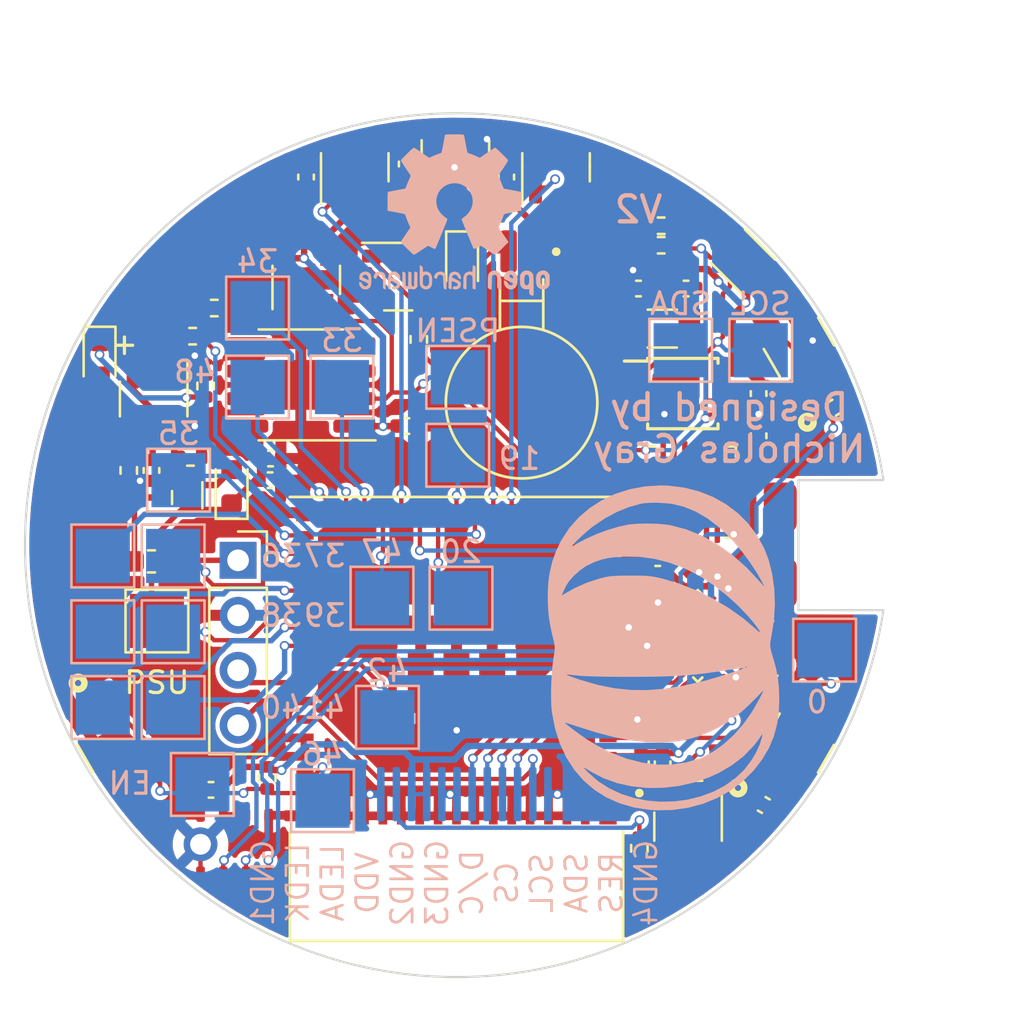
<source format=kicad_pcb>
(kicad_pcb (version 20211014) (generator pcbnew)
  (layers (0 "F.Cu" signal) (31 "B.Cu" signal) (34 "B.Paste" user) (35 "F.Paste" user) (36 "B.SilkS" user "B.Silkscreen") (37 "F.SilkS" user "F.Silkscreen") (38 "B.Mask" user) (39 "F.Mask" user) (44 "Edge.Cuts" user))
  (net 0 "")
  (net 1 "+3V3")
  (net 2 "GND")
  (net 3 "EN")
  (net 4 "IO0")
  (net 5 "+BATT")
  (net 6 "IO1")
  (net 7 "PSU")
  (net 8 "Net-(C12-Pad2)")
  (net 9 "Net-(C13-Pad1)")
  (net 10 "Net-(TP16-Pad1)")
  (net 11 "Net-(C18-Pad1)")
  (net 12 "Net-(C19-Pad2)")
  (net 13 "STAT")
  (net 14 "VCC_IN")
  (net 15 "ESP_RX")
  (net 16 "ESP_TX")
  (net 17 "Net-(TP18-Pad1)")
  (net 18 "Net-(LS1-Pad1)")
  (net 19 "Net-(LS1-Pad2)")
  (net 20 "Net-(Q1-Pad1)")
  (net 21 "Net-(Q1-Pad3)")
  (net 22 "Net-(R1-Pad2)")
  (net 23 "HES1")
  (net 24 "HES2")
  (net 25 "HES3")
  (net 26 "Battery")
  (net 27 "Net-(TP19-Pad1)")
  (net 28 "LED")
  (net 29 "Net-(J2-Pad2)")
  (net 30 "Net-(TP20-Pad1)")
  (net 31 "LRCLK{slash}WS")
  (net 32 "BCLK{slash}SCK")
  (net 33 "GAIN")
  (net 34 "DIN{slash}SD")
  (net 35 "SD")
  (net 36 "Net-(TP21-Pad1)")
  (net 37 "INT1")
  (net 38 "Net-(TP22-Pad1)")
  (net 39 "Net-(TP23-Pad1)")
  (net 40 "Net-(TP24-Pad1)")
  (net 41 "Net-(TP25-Pad1)")
  (net 42 "Net-(TP26-Pad1)")
  (net 43 "Net-(TP27-Pad1)")
  (net 44 "Net-(J1-Pad1)")
  (net 45 "Net-(TP1-Pad1)")
  (net 46 "PSEN")
  (net 49 "SCL")
  (net 51 "SDA")
  (net 64 "DC")
  (net 65 "CS")
  (net 66 "SCK")
  (net 67 "MOSI")
  (net 68 "RES")
  (net 69 "INT")
  (net 71 "Net-(Q3-Pad1)")
  (net 72 "HMotor")
  (net 73 "Net-(D3-Pad2)")
  (net 78 "Net-(TP3-Pad1)")
  (net 79 "Net-(TP5-Pad1)")
  (net 80 "Net-(TP8-Pad1)")
  (net 81 "Net-(R7-Pad2)")
  (footprint "Resistor_SMD:R_0402_1005Metric" (layer "F.Cu") (at 138.8 85.95 180)
    (fp_text reference "R1" hide)
    (fp_text value "5K")
  )
  (footprint "Package_TO_SOT_SMD:SOT-23" (layer "F.Cu") (at 151.041608 71.95 90)
    (fp_text reference "U2" hide)
    (fp_text value "XC3202B183MR-G")
  )
  (footprint "Package_TO_SOT_SMD:SOT-143" (layer "F.Cu") (at 144.15 77.75 90)
    (fp_text reference "U12" hide)
    (fp_text value "MAX811TEUS-T")
  )
  (footprint "Capacitor_SMD:C_0402_1005Metric" (layer "F.Cu") (at 164.941608 95.2 45)
    (fp_text reference "C22" hide)
    (fp_text value "10uF")
  )
  (footprint "Fuse:Fuse_0603_1608Metric" (layer "F.Cu") (at 137 90.75)
    (fp_text reference "F1" hide)
    (fp_text value "Polyfuse")
  )
  (footprint "Capacitor_SMD:C_0402_1005Metric" (layer "F.Cu") (at 160.391608 90.6)
    (fp_text reference "C20" hide)
    (fp_text value "0.1uF")
  )
  (footprint "Capacitor_SMD:C_0402_1005Metric" (layer "F.Cu") (at 142.48 87)
    (fp_text reference "C15" hide)
    (fp_text value "1uF")
  )
  (footprint "Capacitor_SMD:C_0402_1005Metric" (layer "F.Cu") (at 165.591608 95.85 45)
    (fp_text reference "C21" hide)
    (fp_text value "0.1uF")
  )
  (footprint "Resistor_SMD:R_0402_1005Metric" (layer "F.Cu") (at 159.541608 104 90)
    (fp_text reference "R12" hide)
    (fp_text value "10")
  )
  (footprint "Package_TO_SOT_SMD:SOT-23" (layer "F.Cu") (at 148.4 77.6)
    (fp_text reference "Q3" hide)
    (fp_text value "s8050")
  )
  (footprint "Capacitor_SMD:C_0402_1005Metric" (layer "F.Cu") (at 165.291608 102 -30)
    (fp_text reference "C5" hide)
    (fp_text value "0.1uF")
  )
  (footprint "Capacitor_SMD:C_0402_1005Metric" (layer "F.Cu") (at 165.05 84.95 -90)
    (fp_text reference "C19" hide)
    (fp_text value "22nF")
  )
  (footprint "Capacitor_SMD:C_0402_1005Metric" (layer "F.Cu") (at 148.8 84.5)
    (fp_text reference "C4" hide)
    (fp_text value "4.7uF")
  )
  (footprint "Capacitor_SMD:C_0402_1005Metric" (layer "F.Cu") (at 160.615192 100.1 -90)
    (fp_text reference "C9" hide)
    (fp_text value "0.1uF")
  )
  (footprint "Capacitor_SMD:C_0402_1005Metric" (layer "F.Cu") (at 144.141608 73 90)
    (fp_text reference "C1" hide)
    (fp_text value "0.1uF")
  )
  (footprint "Resistor_SMD:R_0402_1005Metric" (layer "F.Cu") (at 135.95 86.55 90)
    (fp_text reference "R13" hide)
    (fp_text value "100K")
  )
  (footprint "OptoDevice:Lite-On_LTR-303ALS-01" (layer "F.Cu") (at 164.341608 76.9 135)
    (fp_text reference "U6" hide)
    (fp_text value "LTR-303ALS-01")
  )
  (footprint "Capacitor_SMD:C_0402_1005Metric" (layer "F.Cu") (at 165.05 83 90)
    (fp_text reference "C16" hide)
    (fp_text value "0.1uF")
  )
  (footprint "Capacitor_SMD:C_0402_1005Metric" (layer "F.Cu") (at 148.791608 72.4 90)
    (fp_text reference "C2" hide)
    (fp_text value "0.1uF")
  )
  (footprint "Package_TO_SOT_SMD:SOT-23" (layer "F.Cu") (at 161.791608 103 -90)
    (fp_text reference "Q1" hide)
    (fp_text value "s8050")
  )
  (footprint "Resistor_SMD:R_0402_1005Metric" (layer "F.Cu") (at 139.5 82.65 -90)
    (fp_text reference "R7" hide)
    (fp_text value "470")
  )
  (footprint "Crystal:Crystal_SMD_3215-2Pin_3.2x1.5mm" (layer "F.Cu") (at 160.6 80 180)
    (fp_text reference "Y1" hide)
    (fp_text value "32.768KHz")
  )
  (footprint "Capacitor_SMD:C_0402_1005Metric" (layer "F.Cu") (at 159.5 78.15)
    (fp_text reference "C13" hide)
    (fp_text value "12pF")
  )
  (footprint "footprint:SW_EVQ-P7J01P" (layer "F.Cu") (at 166.91015 99.1375 60)
    (fp_text reference "SW2" hide)
    (fp_text value "SW_Push")
  )
  (footprint "Resistor_SMD:R_0402_1005Metric" (layer "F.Cu") (at 149.35 80.5 90)
    (fp_text reference "R11" hide)
    (fp_text value "1K")
  )
  (footprint "Capacitor_SMD:C_0402_1005Metric" (layer "F.Cu") (at 153.391608 73 90)
    (fp_text reference "C3" hide)
    (fp_text value "0.1uF")
  )
  (footprint "Diode_SMD:D_0603_1608Metric" (layer "F.Cu") (at 151.35 77 -90)
    (fp_text reference "D3" hide)
    (fp_text value "SD0805S020S1R0")
  )
  (footprint "footprint:QFN50P300X300X80-17N" (layer "F.Cu") (at 162.241608 94.2 45)
    (fp_text reference "U9" hide)
    (fp_text value "MAX98357AETE")
  )
  (footprint "footprint:XCVR_ESP32-S3-MINI-1-N8" (layer "F.Cu") (at 151.091608 95.5 180)
    (fp_text reference "U4" hide)
    (fp_text value "ESP32-S3-MINI-1-N8")
  )
  (footprint "Capacitor_SMD:C_0402_1005Metric" (layer "F.Cu") (at 159.615192 100.1 -90)
    (fp_text reference "C10" hide)
    (fp_text value "22uF")
  )
  (footprint "Connector_PinSocket_2.54mm:PinSocket_1x04_P2.54mm_Vertical" (layer "F.Cu") (at 141 90.7)
    (fp_text reference "J1" hide)
    (fp_text value "Female dock")
  )
  (footprint "Capacitor_SMD:C_0402_1005Metric" (layer "F.Cu") (at 142.5 86 180)
    (fp_text reference "C11" hide)
    (fp_text value "4.7uF")
  )
  (footprint "Capacitor_SMD:C_0402_1005Metric" (layer "F.Cu") (at 161.7 78.15)
    (fp_text reference "C12" hide)
    (fp_text value "12pF")
  )
  (footprint "footprint:Batt" (layer "F.Cu") (at 139.282283 79.952055 50)
    (fp_text reference "BT1" hide)
    (fp_text value "Battery")
  )
  (footprint "TestPoint:TestPoint_Pad_2.5x2.5mm" (layer "F.Cu") (at 137.25 93.5)
    (fp_text reference "PSU")
    (fp_text value "TestPoint")
  )
  (footprint "LED_SMD:LED_0603_1608Metric" (layer "F.Cu") (at 134.6 81.4 -90)
    (fp_text reference "D1" hide)
    (fp_text value "LED")
  )
  (footprint "Package_SO:TSSOP-8_3x3mm_P0.65mm" (layer "F.Cu") (at 161.55 83)
    (fp_text reference "U8" hide)
    (fp_text value "PCF8563TS")
  )
  (footprint "Capacitor_SMD:C_0402_1005Metric" (layer "F.Cu") (at 168.541608 83.65 30)
    (fp_text reference "C7" hide)
    (fp_text value "0.1uF")
  )
  (footprint "Resistor_SMD:R_0402_1005Metric" (layer "F.Cu") (at 162.291608 100.5)
    (fp_text reference "R10" hide)
    (fp_text value "1K")
  )
  (footprint "footprint:SW_EVQ-P7J01P" (layer "F.Cu") (at 135.210192 99.140565 -60)
    (fp_text reference "SW1" hide)
    (fp_text value "SW_Push")
  )
  (footprint "Package_TO_SOT_SMD:SOT-23-5" (layer "F.Cu") (at 137.1 83.25 -90)
    (fp_text reference "U5" hide)
    (fp_text value "MCP73831T-2ATI/OT")
  )
  (footprint "Package_TO_SOT_SMD:SOT-723" (layer "F.Cu") (at 138.65 87.8 -90)
    (fp_text reference "Q2" hide)
    (fp_text value "CJ3139K")
  )
  (footprint "Package_SO:HSOP-8-1EP_3.9x4.9mm_P1.27mm_EP2.3x2.3mm" (layer "F.Cu") (at 143.9 82.6 180)
    (fp_text reference "U7" hide)
    (fp_text value "LR1801G-33-SH2-R")
  )
  (footprint "Package_TO_SOT_SMD:SOT-23" (layer "F.Cu") (at 155.691608 72.55 90)
    (fp_text reference "U3" hide)
    (fp_text value "XC3202B183MR-G")
  )
  (footprint "Package_DFN_QFN:QFN-24-1EP_4x4mm_P0.5mm_EP2.6x2.6mm" (layer "F.Cu") (at 161.891608 87.55)
    (fp_text reference "U10" hide)
    (fp_text value "MPU6050")
  )
  (footprint "Resistor_SMD:R_0402_1005Metric" (layer "F.Cu") (at 160.55 76.15)
    (fp_text reference "R22" hide)
    (fp_text value "4.7K")
  )
  (footprint "Diode_SMD:D_0603_1608Metric" (layer "F.Cu") (at 140.7 87.3 90)
    (fp_text reference "D2" hide)
    (fp_text value "SD0805S020S1R0")
  )
  (footprint "footprint:SW_EVQ-P7J01P" (layer "F.Cu") (at 166.91374 80.853654 120)
    (fp_text reference "SW3" hide)
    (fp_text value "SW_Push")
  )
  (footprint "Resistor_SMD:R_0402_1005Metric" (layer "F.Cu") (at 138.9 80.35)
    (fp_text reference "R5" hide)
    (fp_text value "442K")
  )
  (footprint "footprint:XDCR_C0720B001F" (layer "F.Cu") (at 154.1 81.45 180)
    (fp_text reference "M1" hide)
    (fp_text value "HMotor")
  )
  (footprint "Package_TO_SOT_SMD:SOT-23" (layer "F.Cu") (at 146.391608 72.55 90)
    (fp_text reference "U1" hide)
    (fp_text value "XC3202B183MR-G")
  )
  (footprint "footprint:INMP441" (layer "F.Cu") (at 140.315 99.815 180)
    (fp_text reference "U11" hide)
    (fp_text value "INMP441")
  )
  (footprint "Capacitor_SMD:C_0402_1005Metric" (layer "F.Cu") (at 137 86.55 -90)
    (fp_text reference "C6" hide)
    (fp_text value "4.7uF")
  )
  (footprint "Resistor_SMD:R_0402_1005Metric" (layer "F.Cu") (at 139.9 79.05)
    (fp_text reference "R6" hide)
    (fp_text value "160K")
  )
  (footprint "Resistor_SMD:R_0402_1005Metric" (layer "F.Cu") (at 160.55 75.25)
    (fp_text reference "R21" hide)
    (fp_text value "4.7K")
  )
  (footprint "Resistor_SMD:R_0402_1005Metric" (layer "F.Cu") (at 142.35 100.75 -90)
    (fp_text reference "R20" hide)
    (fp_text value "10k")
  )
  (footprint "Capacitor_SMD:C_0402_1005Metric" (layer "F.Cu") (at 139.75 101.3)
    (fp_text reference "C8" hide)
    (fp_text value "0.1uF")
  )
  (footprint "Capacitor_SMD:C_0402_1005Metric" (layer "F.Cu") (at 162.341608 90.6)
    (fp_text reference "C18" hide)
    (fp_text value "0.1uF")
  )
  (footprint "somking:pumpkin2" (layer "B.Cu") (at 161.75 94.75 90)
    (fp_text reference "G***" hide)
    (fp_text value "LOGO" hide)
  )
  (footprint "TestPoint:TestPoint_Pad_2.5x2.5mm" (layer "B.Cu") (at 151.15 82.25 180)
    (fp_text reference "PSEN")
    (fp_text value "TestPoint")
  )
  (footprint "TestPoint:TestPoint_Pad_2.5x2.5mm" (layer "B.Cu") (at 138 90.5 180)
    (fp_text reference "37")
    (fp_text value "TestPoint")
  )
  (footprint "TestPoint:TestPoint_Pad_2.5x2.5mm" (layer "B.Cu") (at 145.8 82.7 180)
    (fp_text reference "33")
    (fp_text value "TestPoint")
  )
  (footprint "TestPoint:TestPoint_Pad_2.5x2.5mm" (layer "B.Cu") (at 139.35 101.05 180)
    (fp_text reference "EN")
    (fp_text value "TestPoint")
  )
  (footprint "TestPoint:TestPoint_Pad_2.5x2.5mm" (layer "B.Cu") (at 161.45 81 180)
    (fp_text reference "SDA")
    (fp_text value "TestPoint")
  )
  (footprint "TestPoint:TestPoint_Pad_2.5x2.5mm" (layer "B.Cu") (at 138 97.5 180)
    (fp_text reference "41")
    (fp_text value "TestPoint")
  )
  (footprint "TestPoint:TestPoint_Pad_2.5x2.5mm" (layer "B.Cu") (at 168.1 94.85 180)
    (fp_text reference "0")
    (fp_text value "TestPoint")
  )
  (footprint "TestPoint:TestPoint_Pad_2.5x2.5mm" (layer "B.Cu") (at 138 94 180)
    (fp_text reference "39")
    (fp_text value "TestPoint")
  )
  (footprint "TestPoint:TestPoint_Pad_2.5x2.5mm" (layer "B.Cu") (at 165.15 81 180)
    (fp_text reference "SCL")
    (fp_text value "TestPoint")
  )
  (footprint "TestPoint:TestPoint_Pad_2.5x2.5mm" (layer "B.Cu") (at 147.9 97.95 180)
    (fp_text reference "42")
    (fp_text value "TestPoint")
  )
  (footprint "TestPoint:TestPoint_Pad_2.5x2.5mm" (layer "B.Cu") (at 141.9 82.7 180)
    (fp_text reference "48")
    (fp_text value "TestPoint")
  )
  (footprint "TestPoint:TestPoint_Pad_2.5x2.5mm" (layer "B.Cu") (at 141.9 79.05 180)
    (fp_text reference "34")
    (fp_text value "TestPoint")
  )
  (footprint "TestPoint:TestPoint_Pad_2.5x2.5mm" (layer "B.Cu") (at 151.3 92.45 180)
    (fp_text reference "20")
    (fp_text value "TestPoint")
  )
  (footprint "TestPoint:TestPoint_Pad_2.5x2.5mm" (layer "B.Cu") (at 138.25 87 180)
    (fp_text reference "35")
    (fp_text value "TestPoint")
  )
  (footprint "footprint:Speaker6mm" (layer "B.Cu") (at 169.3 90 -90)
    (fp_text reference "LS1" hide)
    (fp_text value "Speaker")
  )
  (footprint "TestPoint:TestPoint_Pad_2.5x2.5mm" (layer "B.Cu") (at 134.75 97.5 180)
    (fp_text reference "40")
    (fp_text value "TestPoint")
  )
  (footprint "TestPoint:TestPoint_Pad_2.5x2.5mm" (layer "B.Cu") (at 144.9 101.8 180)
    (fp_text reference "46")
    (fp_text value "TestPoint")
  )
  (footprint "TestPoint:TestPoint_Pad_2.5x2.5mm" (layer "B.Cu") (at 147.65 92.45 180)
    (fp_text reference "47")
    (fp_text value "TestPoint")
  )
  (footprint "TestPoint:TestPoint_Pad_2.5x2.5mm" (layer "B.Cu") (at 151.15 85.85 180)
    (fp_text reference "19")
    (fp_text value "TestPoint")
  )
  (footprint "TestPoint:TestPoint_Pad_2.5x2.5mm" (layer "B.Cu") (at 134.75 90.5 180)
    (fp_text reference "36")
    (fp_text value "TestPoint")
  )
  (footprint "TestPoint:TestPoint_Pad_2.5x2.5mm" (layer "B.Cu") (at 134.75 94 180)
    (fp_text reference "38")
    (fp_text value "TestPoint")
  )
  (footprint "Symbol:OSHW-Logo2_9.8x8mm_SilkScreen" (layer "B.Cu") (at 151 74.75 180)
    (fp_text reference "REF**" hide)
    (fp_text value "OSHW-Logo2_9.8x8mm_SilkScreen" hide)
  )
  (footprint "footprint:Circular Display connector" (layer "B.Cu") (at 149.715192 104.3 180)
    (fp_text reference "J2" hide)
    (fp_text value "Display")
  )
  (gr_line (start 166.891608 87) (end 166.891608 93) (layer "Edge.Cuts") (width 0.1))
  (gr_line (start 170.81739 93.003927) (end 166.891608 93) (layer "Edge.Cuts") (width 0.1))
  (gr_arc (start 170.81739 93.003927) (mid 131.1551 90) (end 170.81739 86.996072) (layer "Edge.Cuts") (width 0.1))
  (gr_line (start 170.81739 86.996072) (end 166.891608 87) (layer "Edge.Cuts") (width 0.1))
  (gr_text "V2\n" (at 159.5 74.5) (layer "B.SilkS") (effects (font (size 1.2 1.2) (thickness 0.2)) (justify mirror)))
  (gr_text "Designed by\nNicholas Gray\n" (at 163.689286 84.6) (layer "B.SilkS") (effects (font (size 1.2 1.2) (thickness 0.2)) (justify mirror)))
  (gr_text "GND1\nLEDK\nLEDA\nVDD\nGND2\nGND3\nD/C\nCS\nSCL\nSDA\nRES\nGND4\n" (at 151 105.6 90) (layer "B.SilkS") (effects (font (size 1 1) (thickness 0.125)) (justify mirror)))
  (gr_text "+\n\n" (at 135.75 81.5) (layer "F.SilkS") (effects (font (size 1 1)) (justify mirror)))
  (segment (start 163.786636 94.684369) (end 163.433083 95.037922) (width 0.3) (layer "F.Cu") (net 1))
  (segment (start 164.8 87.05) (end 165.55 86.3) (width 0.3) (layer "F.Cu") (net 1))
  (segment (start 163.829108 88.8) (end 164.324292 88.8) (width 0.3) (layer "F.Cu") (net 1))
  (segment (start 161.141608 90.33) (end 160.871608 90.6) (width 0.3) (layer "F.Cu") (net 1))
  (segment (start 164.8 89.8) (end 164.8 88.324292) (width 0.3) (layer "F.Cu") (net 1))
  (segment (start 161.6 91.9) (end 162.7 91.9) (width 0.3) (layer "F.Cu") (net 1))
  (segment (start 162.15 77.25) (end 162.7 77.25) (width 0.3) (layer "F.Cu") (net 1))
  (segment (start 164.602197 95.539411) (end 164.560589 95.539411) (width 0.3) (layer "F.Cu") (net 1))
  (segment (start 142.497742 100.387742) (end 142.35 100.24) (width 0.3) (layer "F.Cu") (net 1))
  (segment (start 163.1 77.65) (end 163.2 77.75) (width 0.3) (layer "F.Cu") (net 1))
  (segment (start 160.871608 91.171608) (end 161.6 91.9) (width 0.3) (layer "F.Cu") (net 1))
  (segment (start 163.85 81.875) (end 163.7 82.025) (width 0.3) (layer "F.Cu") (net 1))
  (segment (start 163.2 77.75) (end 163.2 77.85) (width 0.3) (layer "F.Cu") (net 1))
  (segment (start 145.229108 75.6) (end 144.05 75.6) (width 0.3) (layer "F.Cu") (net 1))
  (segment (start 146.375 84.505) (end 147.695 84.505) (width 0.3) (layer "F.Cu") (net 1))
  (segment (start 150.579108 74.3) (end 151.991608 72.8875) (width 0.3) (layer "F.Cu") (net 1))
  (segment (start 143.012242 100.387742) (end 142.497742 100.387742) (width 0.3) (layer "F.Cu") (net 1))
  (segment (start 163.84952 81.14952) (end 163.85 81.15) (width 0.3) (layer "F.Cu") (net 1))
  (segment (start 164.518385 78.731615) (end 164.45 78.8) (width 0.3) (layer "F.Cu") (net 1))
  (segment (start 148.184108 73.4875) (end 148.996608 74.3) (width 0.3) (layer "F.Cu") (net 1))
  (segment (start 140.315 101.385) (end 140.23 101.3) (width 0.3) (layer "F.Cu") (net 1))
  (segment (start 165.7 86.3) (end 165.9 86.1) (width 0.3) (layer "F.Cu") (net 1))
  (segment (start 158.091608 99.75) (end 159.485192 99.75) (width 0.3) (layer "F.Cu") (net 1))
  (segment (start 147.341608 73.4875) (end 148.184108 73.4875) (width 0.3) (layer "F.Cu") (net 1))
  (segment (start 152.584108 73.48) (end 153.391608 73.48) (width 0.3) (layer "F.Cu") (net 1))
  (segment (start 160.871608 90.6) (end 160.871608 91.171608) (width 0.3) (layer "F.Cu") (net 1))
  (segment (start 158.2775 73.4875) (end 160.04 75.25) (width 0.3) (layer "F.Cu") (net 1))
  (segment (start 144.05 75.6) (end 144.05 73.571608) (width 0.3) (layer "F.Cu") (net 1))
  (segment (start 148.315 84.505) (end 148.32 84.5) (width 0.3) (layer "F.Cu") (net 1))
  (segment (start 164.602197 95.539411) (end 164.602197 95.499929) (width 0.3) (layer "F.Cu") (net 1))
  (segment (start 151.35 76.2125) (end 151.35 75.070892) (width 0.3) (layer "F.Cu") (net 1))
  (segment (start 148.184108 73.4875) (end 148.791608 72.88) (width 0.3) (layer "F.Cu") (net 1))
  (segment (start 142.35 100.24) (end 141.29 100.24) (width 0.3) (layer "F.Cu") (net 1))
  (segment (start 148.996608 74.3) (end 150.579108 74.3) (width 0.3) (layer "F.Cu") (net 1))
  (segment (start 159.635192 99.6) (end 159.615192 99.62) (width 0.3) (layer "F.Cu") (net 1))
  (segment (start 164.8 88.324292) (end 164.8 87.05) (width 0.3) (layer "F.Cu") (net 1))
  (segment (start 160.4 77.25) (end 162.15 77.25) (width 0.3) (layer "F.Cu") (net 1))
  (segment (start 156.641608 73.4875) (end 158.2775 73.4875) (width 0.3) (layer "F.Cu") (net 1))
  (segment (start 143.2 76.75) (end 144.05 76.75) (width 0.3) (layer "F.Cu") (net 1))
  (segment (start 165.47 82.52) (end 165.05 82.52) (width 0.3) (layer "F.Cu") (net 1))
  (segment (start 164.45 78.8) (end 163.84952 79.40048) (width 0.3) (layer "F.Cu") (net 1))
  (segment (start 154.7 75.2) (end 154.7 76.43) (width 0.3) (layer "F.Cu") (net 1))
  (segment (start 153.391608 73.891608) (end 154.7 75.2) (width 0.3) (layer "F.Cu") (net 1))
  (segment (start 164.560589 95.539411) (end 164 96.1) (width 0.3) (layer "F.Cu") (net 1))
  (segment (start 161.141608 89.4875) (end 161.141608 90.33) (width 0.3) (layer "F.Cu") (net 1))
  (segment (start 163.85 81.15) (end 163.85 81.875) (width 0.3) (layer "F.Cu") (net 1))
  (segment (start 151.35 75.070892) (end 150.579108 74.3) (width 0.3) (layer "F.Cu") (net 1))
  (segment (start 160.04 76.15) (end 160.05 76.16) (width 0.3) (layer "F.Cu") (net 1))
  (segment (start 147.695 84.505) (end 148.315 84.505) (width 0.3) (layer "F.Cu") (net 1))
  (segment (start 144.05 76.75) (end 144.05 75.6) (width 0.3) (layer "F.Cu") (net 1))
  (segment (start 165.9 86.1) (end 165.9 82.95) (width 0.3) (layer "F.Cu") (net 1))
  (segment (start 160.04 75.25) (end 160.04 76.15) (width 0.3) (layer "F.Cu") (net 1))
  (segment (start 141.29 100.24) (end 140.23 101.3) (width 0.3) (layer "F.Cu") (net 1))
  (segment (start 164.518385 77.996016) (end 164.518385 78.731615) (width 0.3) (layer "F.Cu") (net 1))
  (segment (start 144.05 73.571608) (end 144.141608 73.48) (width 0.3) (layer "F.Cu") (net 1))
  (segment (start 159.485192 99.75) (end 159.615192 99.62) (width 0.3) (layer "F.Cu") (net 1))
  (segment (start 165.252197 96.189411) (end 164.602197 95.539411) (width 0.3) (layer "F.Cu") (net 1))
  (segment (start 153.391608 73.48) (end 153.391608 73.891608) (width 0.3) (layer "F.Cu") (net 1))
  (segment (start 151.991608 72.8875) (end 152.584108 73.48) (width 0.3) (layer "F.Cu") (net 1))
  (segment (start 160.05 76.9) (end 160.4 77.25) (width 0.3) (layer "F.Cu") (net 1))
  (segment (start 163.15 91.45) (end 164.8 89.8) (width 0.3) (layer "F.Cu") (net 1))
  (segment (start 160.05 76.16) (end 160.05 76.9) (width 0.3) (layer "F.Cu") (net 1))
  (segment (start 141.365 102.475) (end 140.315 102.475) (width 0.3) (layer "F.Cu") (net 1))
  (segment (start 163.786636 94.684368) (end 163.786636 94.684369) (width 0.3) (layer "F.Cu") (net 1))
  (segment (start 164.602197 95.499929) (end 163.786636 94.684368) (width 0.3) (layer "F.Cu") (net 1))
  (segment (start 164.324292 88.8) (end 164.8 88.324292) (width 0.3) (layer "F.Cu") (net 1))
  (segment (start 147.341608 73.4875) (end 145.229108 75.6) (width 0.3) (layer "F.Cu") (net 1))
  (segment (start 162.7 91.9) (end 163.15 91.45) (width 0.3) (layer "F.Cu") (net 1))
  (segment (start 161.35 99.6) (end 159.635192 99.6) (width 0.3) (layer "F.Cu") (net 1))
  (segment (start 163.7 82.025) (end 164.555 82.025) (width 0.3) (layer "F.Cu") (net 1))
  (segment (start 163.84952 79.40048) (end 163.84952 81.14952) (width 0.3) (layer "F.Cu") (net 1))
  (segment (start 154.929108 75.2) (end 156.641608 73.4875) (width 0.3) (layer "F.Cu") (net 1))
  (segment (start 154.7 75.2) (end 154.929108 75.2) (width 0.3) (layer "F.Cu") (net 1))
  (segment (start 140.315 102.475) (end 140.315 101.385) (width 0.3) (layer "F.Cu") (net 1))
  (segment (start 165.9 82.95) (end 165.47 82.52) (width 0.3) (layer "F.Cu") (net 1))
  (segment (start 165.55 86.3) (end 165.7 86.3) (width 0.3) (layer "F.Cu") (net 1))
  (segment (start 164.555 82.025) (end 165.05 82.52) (width 0.3) (layer "F.Cu") (net 1))
  (segment (start 162.7 77.25) (end 163.1 77.65) (width 0.3) (layer "F.Cu") (net 1))
  (via (at 164.45 78.8) (size 0.45) (drill 0.3) (layers "F.Cu" "B.Cu") (net 1))
  (via (at 143.012242 100.387742) (size 0.45) (drill 0.3) (layers "F.Cu" "B.Cu") (net 1))
  (via (at 164 96.1) (size 0.45) (drill 0.3) (layers "F.Cu" "B.Cu") (net 1))
  (via (at 144.05 76.75) (size 0.45) (drill 0.3) (layers "F.Cu" "B.Cu") (net 1))
  (via (at 161.35 99.6) (size 0.45) (drill 0.3) (layers "F.Cu" "B.Cu") (net 1))
  (via (at 163.15 91.45) (size 0.45) (drill 0.3) (layers "F.Cu" "B.Cu") (net 1))
  (via (at 147.695 84.505) (size 0.45) (drill 0.3) (layers "F.Cu" "B.Cu") (net 1))
  (via (at 163.2 77.85) (size 0.45) (drill 0.3) (layers "F.Cu" "B.Cu") (net 1))
  (segment (start 151.275489 99.612029) (end 151.275489 99.624511) (width 0.3) (layer "B.Cu") (net 1))
  (segment (start 151.275489 99.624511) (end 150.99952 99.90048) (width 0.3) (layer "B.Cu") (net 1))
  (segment (start 161.35 99.6) (end 161.025489 99.275489) (width 0.3) (layer "B.Cu") (net 1))
  (segment (start 162.85 94.95) (end 164 96.1) (width 0.3) (layer "B.Cu") (net 1))
  (segment (start 146.300489 99.549511) (end 148.698551 99.549511) (width 0.3) (layer "B.Cu") (net 1))
  (segment (start 151.612029 99.275489) (end 151.275489 99.612029) (width 0.3) (layer "B.Cu") (net 1))
  (segment (start 150.99952 99.90048) (end 150.146673 99.90048) (width 0.3) (layer "B.Cu") (net 1))
  (segment (start 163.15 91.45) (end 162.85 91.75) (width 0.3) (layer "B.Cu") (net 1))
  (segment (start 149.70048 99.90048) (end 149.04952 99.90048) (width 0.3) (layer "B.Cu") (net 1))
  (segment (start 149.70048 99.90048) (end 149.70048 101.485288) (width 0.3) (layer "B.Cu") (net 1))
  (segment (start 145.950978 99.2) (end 146.300489 99.549511) (width 0.3) (layer "B.Cu") (net 1))
  (segment (start 143.012242 100.387742) (end 144.199984 99.2) (width 0.3) (layer "B.Cu") (net 1))
  (segment (start 161.35 99.6) (end 164 96.95) (width 0.3) (layer "B.Cu") (net 1))
  (segment (start 147.695 80.395) (end 144.05 76.75) (width 0.3) (layer "B.Cu") (net 1))
  (segment (start 164 96.95) (end 164 96.1) (width 0.3) (layer "B.Cu") (net 1))
  (segment (start 149.04952 99.90048) (end 149.04952 101.465672) (width 0.3) (layer "B.Cu") (net 1))
  (segment (start 149.70048 101.485288) (end 149.715192 101.5) (width 0.3) (layer "B.Cu") (net 1))
  (segment (start 148.698551 99.549511) (end 149.04952 99.90048) (width 0.3) (layer "B.Cu") (net 1))
  (segment (start 161.025489 99.275489) (end 151.612029 99.275489) (width 0.3) (layer "B.Cu") (net 1))
  (segment (start 149.015192 101.5) (end 149.715192 101.5) (width 0.2) (layer "B.Cu") (net 1))
  (segment (start 162.85 91.75) (end 162.85 94.95) (width 0.3) (layer "B.Cu") (net 1))
  (segment (start 164.15 78.8) (end 164.45 78.8) (width 0.3) (layer "B.Cu") (net 1))
  (segment (start 150.146673 99.90048) (end 149.70048 99.90048) (width 0.3) (layer "B.Cu") (net 1))
  (segment (start 149.04952 101.465672) (end 149.015192 101.5) (width 0.3) (layer "B.Cu") (net 1))
  (segment (start 163.2 77.85) (end 164.15 78.8) (width 0.3) (layer "B.Cu") (net 1))
  (segment (start 147.695 84.505) (end 147.695 80.395) (width 0.3) (layer "B.Cu") (net 1))
  (segment (start 144.199984 99.2) (end 145.950978 99.2) (width 0.3) (layer "B.Cu") (net 1))
  (segment (start 161.641608 87.8) (end 161.891608 87.55) (width 0.2) (layer "F.Cu") (net 2))
  (segment (start 162.241608 93.846447) (end 163.07953 93.008525) (width 0.2) (layer "F.Cu") (net 2))
  (segment (start 162.641608 90.42) (end 162.641608 89.4875) (width 0.2) (layer "F.Cu") (net 2))
  (segment (start 139.265 105.135) (end 139.265 103.815) (width 0.2) (layer "F.Cu") (net 2))
  (segment (start 161.888055 94.2) (end 161.050133 93.362078) (width 0.2) (layer "F.Cu") (net 2))
  (segment (start 162.821608 90.728392) (end 162.3 91.25) (width 0.2) (layer "F.Cu") (net 2))
  (segment (start 152.75 93.85) (end 152.741608 93.85) (width 0.2) (layer "F.Cu") (net 2))
  (segment (start 162.641608 89.4875) (end 162.641608 88.3) (width 0.2) (layer "F.Cu") (net 2))
  (segment (start 162.241608 94.2) (end 162.241608 93.846447) (width 0.2) (layer "F.Cu") (net 2))
  (segment (start 162.241608 94.2) (end 162.241608 94.553553) (width 0.2) (layer "F.Cu") (net 2))
  (segment (start 165.05 83.95) (end 165.05 83.48) (width 0.2) (layer "F.Cu") (net 2))
  (segment (start 162.821608 90.6) (end 162.641608 90.42) (width 0.2) (layer "F.Cu") (net 2))
  (segment (start 166.641608 78.280761) (end 165.437624 77.076777) (width 0.2) (layer "F.Cu") (net 2))
  (segment (start 160.404635 86.3) (end 159.954108 86.3) (width 0.2) (layer "F.Cu") (net 2))
  (segment (start 162.241608 94.553553) (end 161.403686 95.391475) (width 0.2) (layer "F.Cu") (net 2))
  (segment (start 166.641608 78.932308) (end 166.641608 78.280761) (width 0.2) (layer "F.Cu") (net 2))
  (segment (start 136.47 87.03) (end 135.98 87.03) (width 0.3) (layer "F.Cu") (net 2))
  (segment (start 145.345 80.695) (end 146.375 80.695) (width 0.2) (layer "F.Cu") (net 2))
  (segment (start 165.05 84.47) (end 165.05 83.95) (width 0.2) (layer "F.Cu") (net 2))
  (segment (start 163.404635 86.3) (end 163.829108 86.3) (width 0.2) (layer "F.Cu") (net 2))
  (segment (start 162.154635 87.55) (end 163.404635 86.3) (width 0.2) (layer "F.Cu") (net 2))
  (segment (start 135.98 87.03) (end 135.95 87.06) (width 0.3) (layer "F.Cu") (net 2))
  (segment (start 159.98 77.933322) (end 159.346678 77.3) (width 0.2) (layer "F.Cu") (net 2))
  (segment (start 162.821608 90.6) (end 162.821608 90.728392) (width 0.2) (layer "F.Cu") (net 2))
  (segment (start 137 87.03) (end 136.47 87.03) (width 0.3) (layer "F.Cu") (net 2))
  (segment (start 152.741608 97.15) (end 152.741608 95.5) (width 0.2) (layer "F.Cu") (net 2))
  (segment (start 158.091608 88.5) (end 158.091608 88.508392) (width 0.2) (layer "F.Cu") (net 2))
  (segment (start 159.954108 86.3) (end 159.529635 86.3) (width 0.2) (layer "F.Cu") (net 2))
  (segment (start 159.529635 86.3) (end 158.091608 87.738027) (width 0.2) (layer "F.Cu") (net 2))
  (segment (start 158.091608 87.738027) (end 158.091608 88.5) (width 0.2) (layer "F.Cu") (net 2))
  (segment (start 159.98 78.15) (end 161.22 78.15) (width 0.2) (layer "F.Cu") (net 2))
  (segment (start 159.98 78.15) (end 159.98 77.933322) (width 0.2) (layer "F.Cu") (net 2))
  (segment (start 158.091608 88.508392) (end 152.75 93.85) (width 0.2) (layer "F.Cu") (net 2))
  (segment (start 161.891608 87.55) (end 162.154635 87.55) (width 0.2) (layer "F.Cu") (net 2))
  (segment (start 143.4 78.75) (end 145.345 80.695) (width 0.2) (layer "F.Cu") (net 2))
  (segment (start 162.641608 88.3) (end 161.891608 87.55) (width 0.2) (layer "F.Cu") (net 2))
  (segment (start 161.891608 87.55) (end 161.654635 87.55) (width 0.2) (layer "F.Cu") (net 2))
  (segment (start 162.241608 94.2) (end 161.888055 94.2) (width 0.2) (layer "F.Cu") (net 2))
  (segment (start 152.741608 97.15) (end 151.091608 97.15) (width 0.2) (layer "F.Cu") (net 2))
  (segment (start 159.346678 77.3) (end 159.25 77.3) (width 0.2) (layer "F.Cu") (net 2))
  (segment (start 161.654635 87.55) (end 160.404635 86.3) (width 0.2) (layer "F.Cu") (net 2))
  (segment (start 161.641608 89.4875) (end 161.641608 87.8) (width 0.2) (layer "F.Cu") (net 2))
  (via (at 162.3 91.25) (size 0.45) (drill 0.3) (layers "F.Cu" "B.Cu") (net 2))
  (via (at 163.65 92) (size 0.45) (drill 0.3) (layers "F.Cu" "B.Cu") (net 2))
  (via (at 165.05 83.95) (size 0.45) (drill 0.3) (layers "F.Cu" "B.Cu") (net 2))
  (via (at 159.25 77.3) (size 0.45) (drill 0.3) (layers "F.Cu" "B.Cu") (net 2))
  (via (at 150.8 101.5) (size 0.45) (drill 0.3) (layers "F.Cu" "B.Cu") (net 2))
  (via (at 155.75 101.5) (size 0.45) (drill 0.3) (layers "F.Cu" "B.Cu") (net 2))
  (via (at 139 81.25) (size 0.45) (drill 0.3) (layers "F.Cu" "B.Cu") (net 2))
  (via (at 152.5 71.25) (size 0.45) (drill 0.3) (layers "F.Cu" "B.Cu") (net 2))
  (via (at 167.55 80.55) (size 0.45) (drill 0.3) (layers "F.Cu" "B.Cu") (net 2))
  (via (at 160.7 83.95) (size 0.45) (drill 0.3) (layers "F.Cu" "B.Cu") (net 2))
  (via (at 139 84.5) (size 0.45) (drill 0.3) (layers "F.Cu" "B.Cu") (net 2))
  (via (at 151.1 98.55) (size 0.45) (drill 0.3) (layers "F.Cu" "B.Cu") (net 2))
  (via (at 136.47 87.03) (size 0.45) (drill 0.3) (layers "F.Cu" "B.Cu") (net 2))
  (via (at 147.1 101.5) (size 0.45) (drill 0.3) (layers "F.Cu" "B.Cu") (net 2))
  (segment (start 150.8 101.5) (end 150.415192 101.5) (width 0.3) (layer "B.Cu") (net 2))
  (segment (start 151.115192 101.5) (end 150.8 101.5) (width 0.3) (layer "B.Cu") (net 2))
  (segment (start 137.4 100.998851) (end 136.73806 100.336911) (width 0.2) (layer "F.Cu") (net 3))
  (segment (start 144.091608 101.45) (end 142.54 101.45) (width 0.2) (layer "F.Cu") (net 3))
  (segment (start 141.44 101.26) (end 141.25 101.45) (width 0.2) (layer "F.Cu") (net 3))
  (segment (start 137.4 101.35) (end 137.4 100.998851) (width 0.2) (layer "F.Cu") (net 3))
  (segment (start 136.73806 99.019219) (end 134.93806 97.219219) (width 0.2) (layer "F.Cu") (net 3))
  (segment (start 142.35 101.26) (end 141.44 101.26) (width 0.2) (layer "F.Cu") (net 3))
  (segment (start 136.73806 100.336911) (end 136.73806 99.019219) (width 0.2) (layer "F.Cu") (net 3))
  (segment (start 142.54 101.45) (end 142.35 101.26) (width 0.2) (layer "F.Cu") (net 3))
  (via (at 141.25 101.45) (size 0.45) (drill 0.3) (layers "F.Cu" "B.Cu") (net 3))
  (via (at 137.4 101.35) (size 0.45) (drill 0.3) (layers "F.Cu" "B.Cu") (net 3))
  (segment (start 137.5 101.45) (end 137.4 101.35) (width 0.2) (layer "B.Cu") (net 3))
  (segment (start 141.25 101.45) (end 137.5 101.45) (width 0.2) (layer "B.Cu") (net 3))
  (segment (start 163.948436 98.9) (end 158.091608 98.9) (width 0.2) (layer "F.Cu") (net 4))
  (segment (start 167.998436 96.4) (end 168.4 96.4) (width 0.2) (layer "F.Cu") (net 4))
  (segment (start 167.182282 97.216154) (end 167.998436 96.4) (width 0.2) (layer "F.Cu") (net 4))
  (segment (start 165.382282 100.333846) (end 165.382282 101.253634) (width 0.2) (layer "F.Cu") (net 4))
  (segment (start 165.382282 100.333846) (end 163.948436 98.9) (width 0.2) (layer "F.Cu") (net 4))
  (segment (start 167.182282 98.533846) (end 165.382282 100.333846) (width 0.2) (layer "F.Cu") (net 4))
  (segment (start 167.182282 97.216154) (end 167.182282 98.533846) (width 0.2) (layer "F.Cu") (net 4))
  (segment (start 165.382282 101.253634) (end 164.875916 101.76) (width 0.2) (layer "F.Cu") (net 4))
  (via (at 168.4 96.4) (size 0.45) (drill 0.3) (layers "F.Cu" "B.Cu") (net 4))
  (segment (start 168.1 94.85) (end 168.1 96.1) (width 0.2) (layer "B.Cu") (net 4))
  (segment (start 168.1 96.1) (end 168.4 96.4) (width 0.2) (layer "B.Cu") (net 4))
  (segment (start 136.15 79.319563) (end 136.170496 79.299067) (width 0.3) (layer "F.Cu") (net 5))
  (segment (start 137.221429 80.35) (end 136.170496 79.299067) (width 0.3) (layer "F.Cu") (net 5))
  (segment (start 137.05 86.025) (end 137.05 83.75) (width 0.3) (layer "F.Cu") (net 5))
  (segment (start 137.05 83.75) (end 136.15 82.85) (width 0.3) (layer "F.Cu") (net 5))
  (segment (start 138.39 80.35) (end 137.221429 80.35) (width 0.3) (layer "F.Cu") (net 5))
  (segment (start 136.15 82.85) (end 136.15 82.1125) (width 0.3) (layer "F.Cu") (net 5))
  (segment (start 136.15 82.1125) (end 136.15 79.319563) (width 0.3) (layer "F.Cu") (net 5))
  (segment (start 138.25 87.225) (end 137.05 86.025) (width 0.3) (layer "F.Cu") (net 5))
  (segment (start 168.5 84.6) (end 168.5 84.264084) (width 0.2) (layer "F.Cu") (net 6))
  (segment (start 168.125916 83.89) (end 168.125916 83.715044) (width 0.2) (layer "F.Cu") (net 6))
  (segment (start 168.5 84.264084) (end 168.125916 83.89) (width 0.2) (layer "F.Cu") (net 6))
  (segment (start 167.185872 81.457308) (end 165.385872 79.657308) (width 0.2) (layer "F.Cu") (net 6))
  (segment (start 167.185872 82.775) (end 167.185872 81.457308) (width 0.2) (layer "F.Cu") (net 6))
  (segment (start 158.091608 98.05) (end 159.45 98.05) (width 0.2) (layer "F.Cu") (net 6))
  (segment (start 168.125916 83.715044) (end 167.185872 82.775) (width 0.2) (layer "F.Cu") (net 6))
  (via (at 159.45 98.05) (size 0.45) (drill 0.3) (layers "F.Cu" "B.Cu") (net 6))
  (via (at 168.5 84.6) (size 0.45) (drill 0.3) (layers "F.Cu" "B.Cu") (net 6))
  (segment (start 159.45 98.05) (end 159.65 98.05) (width 0.2) (layer "B.Cu") (net 6))
  (segment (start 164.95 89.4) (end 163.7 90.65) (width 0.2) (layer "B.Cu") (net 6))
  (segment (start 164.95 88.15) (end 164.95 89.4) (width 0.2) (layer "B.Cu") (net 6))
  (segment (start 161.45 91.3) (end 161.45 91.55) (width 0.2) (layer "B.Cu") (net 6))
  (segment (start 162.1 90.65) (end 161.45 91.3) (width 0.2) (layer "B.Cu") (net 6))
  (segment (start 168.5 84.6) (end 164.95 88.15) (width 0.2) (layer "B.Cu") (net 6))
  (segment (start 161.45 96.25) (end 161.45 91.55) (width 0.2) (layer "B.Cu") (net 6))
  (segment (start 159.65 98.05) (end 161.45 96.25) (width 0.2) (layer "B.Cu") (net 6))
  (segment (start 163.7 90.65) (end 162.1 90.65) (width 0.2) (layer "B.Cu") (net 6))
  (segment (start 137 89.75) (end 138.375 88.375) (width 0.25) (layer "F.Cu") (net 7))
  (segment (start 137 93.25) (end 137 89.75) (width 0.25) (layer "F.Cu") (net 7))
  (segment (start 142.02 86.3) (end 142.02 85.1) (width 0.3) (layer "F.Cu") (net 7))
  (segment (start 142.02 86.7675) (end 142.02 86.3) (width 0.3) (layer "F.Cu") (net 7))
  (segment (start 137.25 93.5) (end 137 93.25) (width 0.25) (layer "F.Cu") (net 7))
  (segment (start 138.375 88.375) (end 138.65 88.375) (width 0.25) (layer "F.Cu") (net 7))
  (segment (start 138.65 88.375) (end 139.875 88.375) (width 0.3) (layer "F.Cu") (net 7))
  (segment (start 139.875 88.375) (end 140.4125 88.375) (width 0.3) (layer "F.Cu") (net 7))
  (segment (start 142.02 85.1) (end 141.425 84.505) (width 0.3) (layer "F.Cu") (net 7))
  (segment (start 140.7 88.0875) (end 142.02 86.7675) (width 0.3) (layer "F.Cu") (net 7))
  (segment (start 140.4125 88.375) (end 140.7 88.0875) (width 0.3) (layer "F.Cu") (net 7))
  (segment (start 159.4 82.025) (end 159.825 82.025) (width 0.2) (layer "F.Cu") (net 8))
  (segment (start 162.18 78.15) (end 162.18 79.67) (width 0.2) (layer "F.Cu") (net 8))
  (segment (start 159.825 82.025) (end 161.85 80) (width 0.2) (layer "F.Cu") (net 8))
  (segment (start 162.18 79.67) (end 161.85 80) (width 0.2) (layer "F.Cu") (net 8))
  (segment (start 158.550489 80.799511) (end 159.35 80) (width 0.2) (layer "F.Cu") (net 9))
  (segment (start 159.4 82.675) (end 158.65 82.675) (width 0.2) (layer "F.Cu") (net 9))
  (segment (start 158.550489 82.575489) (end 158.550489 80.799511) (width 0.2) (layer "F.Cu") (net 9))
  (segment (start 159.02 78.15) (end 159.02 79.67) (width 0.2) (layer "F.Cu") (net 9))
  (segment (start 158.65 82.675) (end 158.550489 82.575489) (width 0.2) (layer "F.Cu") (net 9))
  (segment (start 159.02 79.67) (end 159.35 80) (width 0.2) (layer "F.Cu") (net 9))
  (segment (start 145.991608 88.5) (end 145.991608 87.541608) (width 0.2) (layer "F.Cu") (net 10))
  (via (at 145.991608 87.541608) (size 0.45) (drill 0.3) (layers "F.Cu" "B.Cu") (net 10))
  (segment (start 145.991608 87.541608) (end 143.9 85.45) (width 0.2) (layer "B.Cu") (net 10))
  (segment (start 143.9 85.45) (end 143.9 81.05) (width 0.2) (layer "B.Cu") (net 10))
  (segment (start 143.9 81.05) (end 141.9 79.05) (width 0.2) (layer "B.Cu") (net 10))
  (segment (start 162.141608 90.32) (end 161.861608 90.6) (width 0.2) (layer "F.Cu") (net 11))
  (segment (start 162.141608 89.4875) (end 162.141608 90.32) (width 0.2) (layer "F.Cu") (net 11))
  (segment (start 162.9 84.8) (end 163.7 84.8) (width 0.2) (layer "F.Cu") (net 12))
  (segment (start 162.641608 85.058392) (end 162.9 84.8) (width 0.2) (layer "F.Cu") (net 12))
  (segment (start 164.35 85.45) (end 165.03 85.45) (width 0.2) (layer "F.Cu") (net 12))
  (segment (start 162.641608 85.6125) (end 162.641608 85.058392) (width 0.2) (layer "F.Cu") (net 12))
  (segment (start 163.7 84.8) (end 164.35 85.45) (width 0.2) (layer "F.Cu") (net 12))
  (segment (start 165.03 85.45) (end 165.05 85.43) (width 0.2) (layer "F.Cu") (net 12))
  (segment (start 139.4725 82.1125) (end 139.5 82.14) (width 0.25) (layer "F.Cu") (net 13))
  (segment (start 138.05 82.1125) (end 139.4725 82.1125) (width 0.25) (layer "F.Cu") (net 13))
  (segment (start 139.05 87.225) (end 139.05 87.75) (width 0.3) (layer "F.Cu") (net 14))
  (segment (start 139.05 87.75) (end 139.000489 87.799511) (width 0.3) (layer "F.Cu") (net 14))
  (segment (start 136.15 84.3875) (end 135.4125 83.65) (width 0.3) (layer "F.Cu") (net 14))
  (segment (start 134.6 82.85) (end 134.6 82.1875) (width 0.3) (layer "F.Cu") (net 14))
  (segment (start 136.049511 87.799511) (end 135.449511 87.799511) (width 0.3) (layer "F.Cu") (net 14))
  (segment (start 136.2125 87.9625) (end 136.049511 87.799511) (width 0.25) (layer "F.Cu") (net 14))
  (segment (start 135.449511 87.799511) (end 135.2 87.55) (width 0.3) (layer "F.Cu") (net 14))
  (segment (start 139.000489 87.799511) (end 136.049511 87.799511) (width 0.3) (layer "F.Cu") (net 14))
  (segment (start 135.4 83.65) (end 134.6 82.85) (width 0.3) (layer "F.Cu") (net 14))
  (segment (start 136.15 84.3875) (end 136.15 85.84) (width 0.3) (layer "F.Cu") (net 14))
  (segment (start 139.05 87.225) (end 139.9875 87.225) (width 0.3) (layer "F.Cu") (net 14))
  (segment (start 136.2125 90.75) (end 136.2125 87.9625) (width 0.25) (layer "F.Cu") (net 14))
  (segment (start 135.2 87.55) (end 135.2 86.79) (width 0.3) (layer "F.Cu") (net 14))
  (segment (start 135.4125 83.65) (end 135.4 83.65) (width 0.3) (layer "F.Cu") (net 14))
  (segment (start 136.15 85.84) (end 135.95 86.04) (width 0.3) (layer "F.Cu") (net 14))
  (segment (start 135.2 86.79) (end 135.95 86.04) (width 0.3) (layer "F.Cu") (net 14))
  (segment (start 139.9875 87.225) (end 140.7 86.5125) (width 0.3) (layer "F.Cu") (net 14))
  (segment (start 142.12 97.2) (end 141 98.32) (width 0.25) (layer "F.Cu") (net 15))
  (segment (start 144.091608 97.2) (end 142.12 97.2) (width 0.25) (layer "F.Cu") (net 15))
  (segment (start 144.091608 96.35) (end 141.57 96.35) (width 0.25) (layer "F.Cu") (net 16))
  (segment (start 141.57 96.35) (end 141 95.78) (width 0.25) (layer "F.Cu") (net 16))
  (segment (start 144.091608 90.4) (end 143.15 90.4) (width 0.2) (layer "F.Cu") (net 17))
  (via (at 143.15 90.4) (size 0.45) (drill 0.3) (layers "F.Cu" "B.Cu") (net 17))
  (segment (start 134.75 90.5) (end 136.675489 88.574511) (width 0.25) (layer "B.Cu") (net 17))
  (segment (start 141.324511 88.574511) (end 143.15 90.4) (width 0.25) (layer "B.Cu") (net 17))
  (segment (start 136.675489 88.574511) (end 141.324511 88.574511) (width 0.25) (layer "B.Cu") (net 17))
  (segment (start 166.05 89.55) (end 164.25 91.35) (width 0.2) (layer "F.Cu") (net 18))
  (segment (start 164.25 91.35) (end 164.25 92.637764) (width 0.2) (layer "F.Cu") (net 18))
  (segment (start 163.525686 93.362078) (end 163.433083 93.362078) (width 0.2) (layer "F.Cu") (net 18))
  (segment (start 164.25 92.637764) (end 163.525686 93.362078) (width 0.2) (layer "F.Cu") (net 18))
  (segment (start 166.05 88.25) (end 166.05 89.55) (width 0.2) (layer "F.Cu") (net 18))
  (segment (start 164.084368 93.715632) (end 166.05 91.75) (width 0.2) (layer "F.Cu") (net 19))
  (segment (start 163.786636 93.715632) (end 164.084368 93.715632) (width 0.2) (layer "F.Cu") (net 19))
  (segment (start 162.801608 102.0025) (end 162.741608 102.0625) (width 0.2) (layer "F.Cu") (net 20))
  (segment (start 162.801608 100.5) (end 162.801608 102.0025) (width 0.2) (layer "F.Cu") (net 20))
  (segment (start 161.219108 104.51) (end 161.791608 103.9375) (width 0.2) (layer "F.Cu") (net 21))
  (segment (start 159.541608 104.51) (end 161.219108 104.51) (width 0.2) (layer "F.Cu") (net 21))
  (segment (start 138.05 85.71) (end 138.29 85.95) (width 0.3) (layer "F.Cu") (net 22))
  (segment (start 138.05 84.3875) (end 138.05 85.71) (width 0.3) (layer "F.Cu") (net 22))
  (segment (start 148.541608 88.5) (end 148.541608 87.658392) (width 0.2) (layer "F.Cu") (net 23))
  (segment (start 148.541608 87.658392) (end 148.55 87.65) (width 0.2) (layer "F.Cu") (net 23))
  (segment (start 145.441608 73.4875) (end 145.441608 74.058392) (width 0.2) (layer "F.Cu") (net 23))
  (segment (start 145.441608 74.058392) (end 144.9 74.6) (width 0.2) (layer "F.Cu") (net 23))
  (via (at 144.9 74.6) (size 0.45) (drill 0.3) (layers "F.Cu" "B.Cu") (net 23))
  (via (at 148.55 87.65) (size 0.45) (drill 0.3) (layers "F.Cu" "B.Cu") (net 23))
  (segment (start 148.55 87.65) (end 148.55 78.25) (width 0.2) (layer "B.Cu") (net 23))
  (segment (start 148.55 78.25) (end 144.9 74.6) (width 0.2) (layer "B.Cu") (net 23))
  (segment (start 150.6625 72.8875) (end 151 72.55) (width 0.2) (layer "F.Cu") (net 24))
  (segment (start 152.791608 88.5) (end 152.791608 87.708392) (width 0.2) (layer "F.Cu") (net 24))
  (segment (start 150.091608 72.8875) (end 150.6625 72.8875) (width 0.2) (layer "F.Cu") (net 24))
  (via (at 152.791608 87.708392) (size 0.45) (drill 0.3) (layers "F.Cu" "B.Cu") (net 24))
  (via (at 151 72.55) (size 0.45) (drill 0.3) (layers "F.Cu" "B.Cu") (net 24))
  (segment (start 152.791608 74.341608) (end 151 72.55) (width 0.2) (layer "B.Cu") (net 24))
  (segment (start 152.791608 87.708392) (end 152.791608 74.341608) (width 0.2) (layer "B.Cu") (net 24))
  (segment (start 153.641608 88.5) (end 153.641608 87.741608) (width 0.2) (layer "F.Cu") (net 25))
  (segment (start 154.741608 73.4875) (end 155.2625 73.4875) (width 0.2) (layer "F.Cu") (net 25))
  (segment (start 153.641608 87.741608) (end 153.625 87.725) (width 0.2) (layer "F.Cu") (net 25))
  (segment (start 155.2625 73.4875) (end 155.65 73.1) (width 0.2) (layer "F.Cu") (net 25))
  (via (at 153.625 87.725) (size 0.45) (drill 0.3) (layers "F.Cu" "B.Cu") (net 25))
  (via (at 155.65 73.1) (size 0.45) (drill 0.3) (layers "F.Cu" "B.Cu") (net 25))
  (segment (start 153.625 87.725) (end 153.625 75.125) (width 0.2) (layer "B.Cu") (net 25))
  (segment (start 153.625 75.125) (end 155.65 73.1) (width 0.2) (layer "B.Cu") (net 25))
  (segment (start 139.46952 80.56952) (end 139.46952 80.40952) (width 0.2) (layer "F.Cu") (net 26))
  (segment (start 151.941608 88.5) (end 151.941608 89.441608) (width 0.2) (layer "F.Cu") (net 26))
  (segment (start 139.39 80.33) (end 139.41 80.35) (width 0.2) (layer "F.Cu") (net 26))
  (segment (start 139.95 81.05) (end 139.46952 80.56952) (width 0.2) (layer "F.Cu") (net 26))
  (segment (start 151.941608 89.441608) (end 152 89.5) (width 0.2) (layer "F.Cu") (net 26))
  (segment (start 139.46952 80.40952) (end 139.41 80.35) (width 0.2) (layer "F.Cu") (net 26))
  (segment (start 139.39 79.05) (end 139.39 80.33) (width 0.2) (layer "F.Cu") (net 26))
  (via (at 152 89.5) (size 0.45) (drill 0.3) (layers "F.Cu" "B.Cu") (net 26))
  (via (at 139.95 81.05) (size 0.45) (drill 0.3) (layers "F.Cu" "B.Cu") (net 26))
  (segment (start 139.95 84.95) (end 144.5 89.5) (width 0.2) (layer "B.Cu") (net 26))
  (segment (start 144.5 89.5) (end 152 89.5) (width 0.2) (layer "B.Cu") (net 26))
  (segment (start 139.95 81.05) (end 139.95 84.95) (width 0.2) (layer "B.Cu") (net 26))
  (segment (start 142.149511 91.849511) (end 139.850489 91.849511) (width 0.2) (layer "F.Cu") (net 27))
  (segment (start 139.5 91.499022) (end 139.5 91.2495) (width 0.2) (layer "F.Cu") (net 27))
  (segment (start 139.850489 91.849511) (end 139.5 91.499022) (width 0.2) (layer "F.Cu") (net 27))
  (segment (start 144.091608 91.25) (end 142.149511 91.25) (width 0.2) (layer "F.Cu") (net 27))
  (segment (start 142.149511 91.25) (end 142.149511 91.849511) (width 0.2) (layer "F.Cu") (net 27))
  (via (at 139.5 91.2495) (size 0.45) (drill 0.3) (layers "F.Cu" "B.Cu") (net 27))
  (segment (start 138 90.5) (end 138.7505 90.5) (width 0.25) (layer "B.Cu") (net 27))
  (segment (start 138.7505 90.5) (end 139.5 91.2495) (width 0.25) (layer "B.Cu") (net 27))
  (segment (start 161.781608 100.5) (end 161.781608 100.068392) (width 0.2) (layer "F.Cu") (net 28))
  (segment (start 160.75 98.1) (end 159.85 97.2) (width 0.2) (layer "F.Cu") (net 28))
  (segment (start 161.781608 100.068392) (end 162.3 99.55) (width 0.2) (layer "F.Cu") (net 28))
  (segment (start 159.85 97.2) (end 158.091608 97.2) (width 0.2) (layer "F.Cu") (net 28))
  (segment (start 163.8 98.1) (end 160.75 98.1) (width 0.2) (layer "F.Cu") (net 28))
  (segment (start 162.3 99.55) (end 162.35 99.55) (width 0.2) (layer "F.Cu") (net 28))
  (via (at 163.8 98.1) (size 0.45) (drill 0.3) (layers "F.Cu" "B.Cu") (net 28))
  (via (at 162.35 99.55) (size 0.45) (drill 0.3) (layers "F.Cu" "B.Cu") (net 28))
  (segment (start 163.5 98.4) (end 163.8 98.1) (width 0.2) (layer "B.Cu") (net 28))
  (segment (start 162.35 99.55) (end 163.5 98.4) (width 0.2) (layer "B.Cu") (net 28))
  (segment (start 159.541608 102.708392) (end 159.55 102.7) (width 0.2) (layer "F.Cu") (net 29))
  (segment (start 159.541608 103.49) (end 159.541608 102.708392) (width 0.2) (layer "F.Cu") (net 29))
  (via (at 159.55 102.7) (size 0.45) (drill 0.3) (layers "F.Cu" "B.Cu") (net 29))
  (segment (start 148.315192 102.597328) (end 148.767384 103.04952) (width 0.2) (layer "B.Cu") (net 29))
  (segment (start 159.20048 103.04952) (end 159.55 102.7) (width 0.2) (layer "B.Cu") (net 29))
  (segment (start 148.315192 101.5) (end 148.315192 102.597328) (width 0.2) (layer "B.Cu") (net 29))
  (segment (start 148.767384 103.04952) (end 159.20048 103.04952) (width 0.2) (layer "B.Cu") (net 29))
  (segment (start 144.091608 92.1) (end 143.15 92.1) (width 0.2) (layer "F.Cu") (net 30))
  (via (at 143.15 92.1) (size 0.45) (drill 0.3) (layers "F.Cu" "B.Cu") (net 30))
  (segment (start 136.5 92.25) (end 140.32899 92.25) (width 0.25) (layer "B.Cu") (net 30))
  (segment (start 143.05 92) (end 143.15 92.1) (width 0.25) (layer "B.Cu") (net 30))
  (segment (start 134.75 94) (end 136.5 92.25) (width 0.25) (layer "B.Cu") (net 30))
  (segment (start 140.57899 92) (end 143.05 92) (width 0.25) (layer "B.Cu") (net 30))
  (segment (start 140.32899 92.25) (end 140.57899 92) (width 0.25) (layer "B.Cu") (net 30))
  (segment (start 158.368139 92.673469) (end 158.091608 92.95) (width 0.2) (layer "F.Cu") (net 31))
  (segment (start 161.403686 93.008525) (end 161.06863 92.673469) (width 0.2) (layer "F.Cu") (net 31))
  (segment (start 140.35 104.55) (end 140.315 104.585) (width 0.2) (layer "F.Cu") (net 31))
  (segment (start 140.315 104.585) (end 140.315 105.135) (width 0.2) (layer "F.Cu") (net 31))
  (segment (start 161.06863 92.673469) (end 158.368139 92.673469) (width 0.2) (layer "F.Cu") (net 31))
  (via (at 160.4 92.65) (size 0.45) (drill 0.3) (layers "F.Cu" "B.Cu") (net 31))
  (via (at 140.35 104.55) (size 0.45) (drill 0.3) (layers "F.Cu" "B.Cu") (net 31))
  (segment (start 156.642262 94.90096) (end 158.893222 92.65) (width 0.2) (layer "B.Cu") (net 31))
  (segment (start 141.85 101.097284) (end 141.688691 100.935975) (width 0.2) (layer "B.Cu") (net 31))
  (segment (start 141.688691 100.935975) (end 141.688691 99.839525) (width 0.2) (layer "B.Cu") (net 31))
  (segment (start 158.893222 92.65) (end 160.4 92.65) (width 0.2) (layer "B.Cu") (net 31))
  (segment (start 140.35 104.55) (end 141.85 103.05) (width 0.2) (layer "B.Cu") (net 31))
  (segment (start 146.627256 94.90096) (end 156.642262 94.90096) (width 0.2) (layer "B.Cu") (net 31))
  (segment (start 141.688691 99.839525) (end 146.627256 94.90096) (width 0.2) (layer "B.Cu") (net 31))
  (segment (start 141.85 103.05) (end 141.85 101.097284) (width 0.2) (layer "B.Cu") (net 31))
  (segment (start 142.4 104.55) (end 142.415 104.565) (width 0.2) (layer "F.Cu") (net 32))
  (segment (start 160.612212 93.8) (end 158.091608 93.8) (width 0.2) (layer "F.Cu") (net 32))
  (segment (start 142.415 104.565) (end 142.415 105.135) (width 0.2) (layer "F.Cu") (net 32))
  (segment (start 160.69658 93.715632) (end 160.612212 93.8) (width 0.2) (layer "F.Cu") (net 32))
  (via (at 159.05 93.8) (size 0.45) (drill 0.3) (layers "F.Cu" "B.Cu") (net 32))
  (via (at 142.4 104.55) (size 0.45) (drill 0.3) (layers "F.Cu" "B.Cu") (net 32))
  (segment (start 142.487731 100.170481) (end 146.958212 95.7) (width 0.2) (layer "B.Cu") (net 32))
  (segment (start 157.15 95.7) (end 159.05 93.8) (width 0.2) (layer "B.Cu") (net 32))
  (segment (start 142.4 104.55) (end 142.85 104.1) (width 0.2) (layer "B.Cu") (net 32))
  (segment (start 142.487731 100.605003) (end 142.487731 100.170481) (width 0.2) (layer "B.Cu") (net 32))
  (segment (start 142.85 100.967272) (end 142.487731 100.605003) (width 0.2) (layer "B.Cu") (net 32))
  (segment (start 142.85 104.1) (end 142.85 100.967272) (width 0.2) (layer "B.Cu") (net 32))
  (segment (start 146.958212 95.7) (end 157.15 95.7) (width 0.2) (layer "B.Cu") (net 32))
  (segment (start 161.050133 95.037922) (end 160.588055 95.5) (width 0.2) (layer "F.Cu") (net 33))
  (segment (start 160.588055 95.5) (end 158.091608 95.5) (width 0.2) (layer "F.Cu") (net 33))
  (segment (start 141.365 105.135) (end 141.365 104.565) (width 0.2) (layer "F.Cu") (net 34))
  (segment (start 141.365 104.565) (end 141.35 104.55) (width 0.2) (layer "F.Cu") (net 34))
  (segment (start 160.662212 94.65) (end 158.091608 94.65) (width 0.2) (layer "F.Cu") (net 34))
  (segment (start 160.69658 94.684368) (end 160.662212 94.65) (width 0.2) (layer "F.Cu") (net 34))
  (via (at 159.9 94.65) (size 0.45) (drill 0.3) (layers "F.Cu" "B.Cu") (net 34))
  (via (at 141.35 104.55) (size 0.45) (drill 0.3) (layers "F.Cu" "B.Cu") (net 34))
  (segment (start 142.35 101.032278) (end 142.088211 100.770489) (width 0.2) (layer "B.Cu") (net 34))
  (segment (start 142.35 103.55) (end 142.35 101.032278) (width 0.2) (layer "B.Cu") (net 34))
  (segment (start 141.35 104.55) (end 142.35 103.55) (width 0.2) (layer "B.Cu") (net 34))
  (segment (start 159.25 93.25) (end 159.9 93.9) (width 0.2) (layer "B.Cu") (net 34))
  (segment (start 146.792726 95.30048) (end 156.807748 95.30048) (width 0.2) (layer "B.Cu") (net 34))
  (segment (start 159.9 93.9) (end 159.9 94.65) (width 0.2) (layer "B.Cu") (net 34))
  (segment (start 142.088211 100.770489) (end 142.088212 100.004994) (width 0.2) (layer "B.Cu") (net 34))
  (segment (start 142.088212 100.004994) (end 146.792726 95.30048) (width 0.2) (layer "B.Cu") (net 34))
  (segment (start 156.807748 95.30048) (end 158.858228 93.25) (width 0.2) (layer "B.Cu") (net 34))
  (segment (start 158.858228 93.25) (end 159.25 93.25) (width 0.2) (layer "B.Cu") (net 34))
  (segment (start 161.15 96.35) (end 158.091608 96.35) (width 0.2) (layer "F.Cu") (net 35))
  (segment (start 161.75724 95.745028) (end 161.754972 95.745028) (width 0.2) (layer "F.Cu") (net 35))
  (segment (start 161.754972 95.745028) (end 161.15 96.35) (width 0.2) (layer "F.Cu") (net 35))
  (segment (start 141.476144 94.389511) (end 139.889511 94.389511) (width 0.2) (layer "F.Cu") (net 36))
  (segment (start 142.915655 92.95) (end 141.476144 94.389511) (width 0.2) (layer "F.Cu") (net 36))
  (segment (start 139.889511 94.389511) (end 139.5 94) (width 0.2) (layer "F.Cu") (net 36))
  (segment (start 144.091608 92.95) (end 142.915655 92.95) (width 0.2) (layer "F.Cu") (net 36))
  (via (at 139.5 94) (size 0.45) (drill 0.3) (layers "F.Cu" "B.Cu") (net 36))
  (segment (start 139.5 94) (end 138 94) (width 0.2) (layer "B.Cu") (net 36))
  (segment (start 149.4 88.508392) (end 149.391608 88.5) (width 0.2) (layer "F.Cu") (net 37))
  (segment (start 163.141608 89.4875) (end 163.8875 89.4875) (width 0.2) (layer "F.Cu") (net 37))
  (segment (start 163.8875 89.4875) (end 163.9 89.5) (width 0.2) (layer "F.Cu") (net 37))
  (segment (start 149.4 90.25) (end 149.4 88.508392) (width 0.2) (layer "F.Cu") (net 37))
  (via (at 163.9 89.5) (size 0.45) (drill 0.3) (layers "F.Cu" "B.Cu") (net 37))
  (via (at 149.4 90.25) (size 0.45) (drill 0.3) (layers "F.Cu" "B.Cu") (net 37))
  (segment (start 162.684994 89.5) (end 161.934994 90.25) (width 0.2) (layer "B.Cu") (net 37))
  (segment (start 163.9 89.5) (end 162.684994 89.5) (width 0.2) (layer "B.Cu") (net 37))
  (segment (start 161.934994 90.25) (end 149.4 90.25) (width 0.2) (layer "B.Cu") (net 37))
  (segment (start 144.091608 93.8) (end 143.15 93.8) (width 0.2) (layer "F.Cu") (net 38))
  (via (at 143.15 93.8) (size 0.45) (drill 0.3) (layers "F.Cu" "B.Cu") (net 38))
  (segment (start 140.704479 94.414511) (end 142.535489 94.414511) (width 0.25) (layer "B.Cu") (net 38))
  (segment (start 142.535489 94.414511) (end 143.15 93.8) (width 0.25) (layer "B.Cu") (net 38))
  (segment (start 134.75 97.5) (end 136.324511 95.925489) (width 0.25) (layer "B.Cu") (net 38))
  (segment (start 136.324511 95.925489) (end 139.193501 95.925489) (width 0.25) (layer "B.Cu") (net 38))
  (segment (start 139.193501 95.925489) (end 140.704479 94.414511) (width 0.25) (layer "B.Cu") (net 38))
  (segment (start 144.091608 94.65) (end 143.15 94.65) (width 0.2) (layer "F.Cu") (net 39))
  (via (at 143.15 94.65) (size 0.45) (drill 0.3) (layers "F.Cu" "B.Cu") (net 39))
  (segment (start 141.854511 97.145489) (end 143.15 95.85) (width 0.25) (layer "B.Cu") (net 39))
  (segment (start 138 97.5) (end 138.354511 97.145489) (width 0.25) (layer "B.Cu") (net 39))
  (segment (start 143.15 95.85) (end 143.15 94.65) (width 0.25) (layer "B.Cu") (net 39))
  (segment (start 138.354511 97.145489) (end 141.854511 97.145489) (width 0.25) (layer "B.Cu") (net 39))
  (segment (start 146.65 95.5) (end 144.091608 95.5) (width 0.2) (layer "F.Cu") (net 40))
  (segment (start 147.55 96.4) (end 146.65 95.5) (width 0.2) (layer "F.Cu") (net 40))
  (via (at 147.55 96.4) (size 0.45) (drill 0.3) (layers "F.Cu" "B.Cu") (net 40))
  (segment (start 147.9 96.75) (end 147.55 96.4) (width 0.2) (layer "B.Cu") (net 40))
  (segment (start 147.9 97.95) (end 147.9 96.75) (width 0.2) (layer "B.Cu") (net 40))
  (segment (start 144.55 100.6) (end 144.091608 100.6) (width 0.2) (layer "F.Cu") (net 41))
  (segment (start 144.9 100.25) (end 144.55 100.6) (width 0.2) (layer "F.Cu") (net 41))
  (via (at 144.9 100.25) (size 0.45) (drill 0.3) (layers "F.Cu" "B.Cu") (net 41))
  (segment (start 144.9 100.25) (end 144.9 101.8) (width 0.2) (layer "B.Cu") (net 41))
  (segment (start 147.691608 88.5) (end 147.691608 90.408392) (width 0.2) (layer "F.Cu") (net 42))
  (segment (start 147.691608 90.408392) (end 147.6 90.5) (width 0.2) (layer "F.Cu") (net 42))
  (via (at 147.6 90.5) (size 0.45) (drill 0.3) (layers "F.Cu" "B.Cu") (net 42))
  (segment (start 147.65 90.55) (end 147.6 90.5) (width 0.2) (layer "B.Cu") (net 42))
  (segment (start 147.65 92.45) (end 147.65 90.55) (width 0.2) (layer "B.Cu") (net 42))
  (segment (start 145.141608 87.941608) (end 144.75 87.55) (width 0.2) (layer "F.Cu") (net 43))
  (segment (start 145.141608 88.5) (end 145.141608 87.941608) (width 0.2) (layer "F.Cu") (net 43))
  (via (at 144.75 87.55) (size 0.45) (drill 0.3) (layers "F.Cu" "B.Cu") (net 43))
  (segment (start 144.75 87.55) (end 141.9 84.7) (width 0.2) (layer "B.Cu") (net 43))
  (segment (start 141.9 84.7) (end 141.9 82.7) (width 0.2) (layer "B.Cu") (net 43))
  (segment (start 137.8375 90.7) (end 141 90.7) (width 0.25) (layer "F.Cu") (net 44))
  (segment (start 137.7875 90.75) (end 137.8375 90.7) (width 0.25) (layer "F.Cu") (net 44))
  (segment (start 146.841608 88.5) (end 146.841608 87.558392) (width 0.2) (layer "F.Cu") (net 45))
  (via (at 146.841608 87.558392) (size 0.45) (drill 0.3) (layers "F.Cu" "B.Cu") (net 45))
  (segment (start 146.841608 87.558392) (end 145.8 86.516784) (width 0.2) (layer "B.Cu") (net 45))
  (segment (start 145.8 86.516784) (end 145.8 82.7) (width 0.2) (layer "B.Cu") (net 45))
  (segment (start 148.1 82.95) (end 149.15 82.95) (width 0.2) (layer "F.Cu") (net 46))
  (segment (start 148.1 82.95) (end 148.1 80.25) (width 0.2) (layer "F.Cu") (net 46))
  (segment (start 146.375 83.235) (end 147.815 83.235) (width 0.2) (layer "F.Cu") (net 46))
  (segment (start 147.815 83.235) (end 148.1 82.95) (width 0.2) (layer "F.Cu") (net 46))
  (segment (start 148.1 80.25) (end 147.5 79.65) (width 0.2) (layer "F.Cu") (net 46))
  (segment (start 145.95 79.65) (end 145.1 78.8) (width 0.2) (layer "F.Cu") (net 46))
  (segment (start 149.15 82.95) (end 149.55 82.55) (width 0.2) (layer "F.Cu") (net 46))
  (segment (start 145.1 78.8) (end 145.1 78.75) (width 0.2) (layer "F.Cu") (net 46))
  (segment (start 147.5 79.65) (end 145.95 79.65) (width 0.2) (layer "F.Cu") (net 46))
  (via (at 149.55 82.55) (size 0.45) (drill 0.3) (layers "F.Cu" "B.Cu") (net 46))
  (segment (start 151.15 82.25) (end 149.85 82.25) (width 0.2) (layer "B.Cu") (net 46))
  (segment (start 149.85 82.25) (end 149.55 82.55) (width 0.2) (layer "B.Cu") (net 46))
  (segment (start 164.309542 77.040458) (end 163.720886 77.629114) (width 0.2) (layer "F.Cu") (net 49))
  (segment (start 163.4 78.391772) (end 163.4 80.374511) (width 0.2) (layer "F.Cu") (net 49))
  (segment (start 164.164831 75.803984) (end 164.309542 75.948695) (width 0.2) (layer "F.Cu") (net 49))
  (segment (start 164.309542 75.948695) (end 164.309542 77.040458) (width 0.2) (layer "F.Cu") (net 49))
  (segment (start 162.625 81.149511) (end 162.625 83.325) (width 0.2) (layer "F.Cu") (net 49))
  (segment (start 159.241608 84.85) (end 161.1 84.85) (width 0.2) (layer "F.Cu") (net 49))
  (segment (start 163.4 80.374511) (end 163.162255 80.612255) (width 0.2) (layer "F.Cu") (net 49))
  (segment (start 161.1 84.85) (end 162.625 83.325) (width 0.2) (layer "F.Cu") (net 49))
  (segment (start 163.724511 78.067261) (end 163.4 78.391772) (width 0.2) (layer "F.Cu") (net 49))
  (segment (start 163.610847 75.25) (end 161.06 75.25) (width 0.2) (layer "F.Cu") (net 49))
  (segment (start 161.1 84.85) (end 161.141608 84.891608) (width 0.2) (layer "F.Cu") (net 49))
  (segment (start 156.191608 87.9) (end 159.241608 84.85) (width 0.2) (layer "F.Cu") (net 49))
  (segment (start 163.162255 80.612255) (end 162.625 81.149511) (width 0.2) (layer "F.Cu") (net 49))
  (segment (start 163.724511 77.632739) (end 163.724511 78.067261) (width 0.2) (layer "F.Cu") (net 49))
  (segment (start 156.191608 88.5) (end 156.191608 87.9) (width 0.2) (layer "F.Cu") (net 49))
  (segment (start 161.141608 84.891608) (end 161.141608 85.6125) (width 0.2) (layer "F.Cu") (net 49))
  (segment (start 162.625 83.325) (end 163.7 83.325) (width 0.2) (layer "F.Cu") (net 49))
  (segment (start 164.164831 75.803984) (end 163.610847 75.25) (width 0.2) (layer "F.Cu") (net 49))
  (segment (start 163.720886 77.629114) (end 163.724511 77.632739) (width 0.2) (layer "F.Cu") (net 49))
  (via (at 163.162255 80.612255) (size 0.45) (drill 0.3) (layers "F.Cu" "B.Cu") (net 49))
  (segment (start 165.15 81) (end 163.55 81) (width 0.2) (layer "B.Cu") (net 49))
  (segment (start 163.55 81) (end 163.162255 80.612255) (width 0.2) (layer "B.Cu") (net 49))
  (segment (start 161.21 76.3) (end 161.06 76.15) (width 0.2) (layer "F.Cu") (net 51))
  (segment (start 159.8375 85.6125) (end 160.641608 85.6125) (width 0.2) (layer "F.Cu") (net 51))
  (segment (start 162.823223 76.723223) (end 162.4 76.3) (width 0.2) (layer "F.Cu") (net 51))
  (segment (start 159.329108 85.6125) (end 159.8375 85.6125) (width 0.2) (layer "F.Cu") (net 51))
  (segment (start 163.245592 76.723223) (end 162.823223 76.723223) (width 0.2) (layer "F.Cu") (net 51))
  (segment (start 157.041608 88.5) (end 157.041608 87.9) (width 0.2) (layer "F.Cu") (net 51))
  (segment (start 157.041608 87.9) (end 159.329108 85.6125) (width 0.2) (layer "F.Cu") (net 51))
  (segment (start 163.7 83.975) (end 162.775 83.975) (width 0.2) (layer "F.Cu") (net 51))
  (segment (start 162.775 83.975) (end 162.6 84.15) (width 0.2) (layer "F.Cu") (net 51))
  (segment (start 162.4 76.3) (end 161.21 76.3) (width 0.2) (layer "F.Cu") (net 51))
  (via (at 162.4 76.3) (size 0.45) (drill 0.3) (layers "F.Cu" "B.Cu") (net 51))
  (via (at 162.6 84.15) (size 0.45) (drill 0.3) (layers "F.Cu" "B.Cu") (net 51))
  (via (at 159.8375 85.6125) (size 0.45) (drill 0.3) (layers "F.Cu" "B.Cu") (net 51))
  (segment (start 162.6 84.15) (end 161.1375 85.6125) (width 0.2) (layer "B.Cu") (net 51))
  (segment (start 162.6 76.5) (end 162.4 76.3) (width 0.2) (layer "B.Cu") (net 51))
  (segment (start 162.6 84.15) (end 162.6 76.5) (width 0.2) (layer "B.Cu") (net 51))
  (segment (start 161.1375 85.6125) (end 159.8375 85.6125) (width 0.2) (layer "B.Cu") (net 51))
  (segment (start 151.85 99.85) (end 151.85 99.808228) (width 0.2) (layer "F.Cu") (net 64))
  (segment (start 157.742586 89.55) (end 158.091608 89.55) (width 0.2) (layer "F.Cu") (net 64))
  (segment (start 156.193537 91.099049) (end 157.742586 89.55) (width 0.2) (layer "F.Cu") (net 64))
  (segment (start 156.193537 95.464691) (end 156.193537 91.099049) (width 0.2) (layer "F.Cu") (net 64))
  (segment (start 151.85 99.808228) (end 156.193537 95.464691) (width 0.2) (layer "F.Cu") (net 64))
  (via (at 151.85 99.85) (size 0.45) (drill 0.3) (layers "F.Cu" "B.Cu") (net 64))
  (segment (start 151.815192 99.884808) (end 151.85 99.85) (width 0.2) (layer "B.Cu") (net 64))
  (segment (start 151.815192 101.5) (end 151.815192 99.884808) (width 0.2) (layer "B.Cu") (net 64))
  (segment (start 157.85 90.4) (end 158.091608 90.4) (width 0.2) (layer "F.Cu") (net 65))
  (segment (start 156.593057 95.715171) (end 156.593057 91.656943) (width 0.2) (layer "F.Cu") (net 65))
  (segment (start 152.55 99.85) (end 152.55 99.758228) (width 0.2) (layer "F.Cu") (net 65))
  (segment (start 156.593057 91.656943) (end 157.85 90.4) (width 0.2) (layer "F.Cu") (net 65))
  (segment (start 152.55 99.758228) (end 156.593057 95.715171) (width 0.2) (layer "F.Cu") (net 65))
  (via (at 152.55 99.85) (size 0.45) (drill 0.3) (layers "F.Cu" "B.Cu") (net 65))
  (segment (start 152.515192 101.5) (end 152.515192 99.884808) (width 0.2) (layer "B.Cu") (net 65))
  (segment (start 152.515192 99.884808) (end 152.55 99.85) (width 0.2) (layer "B.Cu") (net 65))
  (segment (start 153.2 99.85) (end 153.2 99.8) (width 0.2) (layer "F.Cu") (net 66))
  (segment (start 157.742586 91.25) (end 158.091608 91.25) (width 0.2) (layer "F.Cu") (net 66))
  (segment (start 156.992577 96.007423) (end 156.992577 92.000009) (width 0.2) (layer "F.Cu") (net 66))
  (segment (start 153.2 99.8) (end 156.992577 96.007423) (width 0.2) (layer "F.Cu") (net 66))
  (segment (start 156.992577 92.000009) (end 157.742586 91.25) (width 0.2) (layer "F.Cu") (net 66))
  (via (at 153.2 99.85) (size 0.45) (drill 0.3) (layers "F.Cu" "B.Cu") (net 66))
  (segment (start 153.215192 101.5) (end 153.215192 99.865192) (width 0.2) (layer "B.Cu") (net 66))
  (segment (start 153.215192 99.865192) (end 153.2 99.85) (width 0.2) (layer "B.Cu") (net 66))
  (segment (start 157.392097 96.357903) (end 157.392097 92.450489) (width 0.2) (layer "F.Cu") (net 67))
  (segment (start 153.9 99.85) (end 157.392097 96.357903) (width 0.2) (layer "F.Cu") (net 67))
  (segment (start 157.742586 92.1) (end 158.091608 92.1) (width 0.2) (layer "F.Cu") (net 67))
  (segment (start 157.392097 92.450489) (end 157.742586 92.1) (width 0.2) (layer "F.Cu") (net 67))
  (via (at 153.9 99.85) (size 0.45) (drill 0.3) (layers "F.Cu" "B.Cu") (net 67))
  (segment (start 153.915192 99.865192) (end 153.9 99.85) (width 0.2) (layer "B.Cu") (net 67))
  (segment (start 153.915192 101.5) (end 153.915192 99.865192) (width 0.2) (layer "B.Cu") (net 67))
  (segment (start 154.15 100.8) (end 147.5 100.8) (width 0.2) (layer "F.Cu") (net 68))
  (segment (start 154.620878 100.329122) (end 154.15 100.8) (width 0.2) (layer "F.Cu") (net 68))
  (segment (start 144.75 98.05) (end 144.091608 98.05) (width 0.2) (layer "F.Cu") (net 68))
  (segment (start 154.620878 99.870878) (end 154.620878 100.329122) (width 0.2) (layer "F.Cu") (net 68))
  (segment (start 147.5 100.8) (end 144.75 98.05) (width 0.2) (layer "F.Cu") (net 68))
  (via (at 154.620878 99.870878) (size 0.45) (drill 0.3) (layers "F.Cu" "B.Cu") (net 68))
  (segment (start 154.615192 99.876564) (end 154.620878 99.870878) (width 0.2) (layer "B.Cu") (net 68))
  (segment (start 154.615192 101.5) (end 154.615192 99.876564) (width 0.2) (layer "B.Cu") (net 68))
  (segment (start 158.25 83.775978) (end 158.700978 83.325) (width 0.2) (layer "F.Cu") (net 69))
  (segment (start 155.341608 88.5) (end 155.341608 87.908392) (width 0.2) (layer "F.Cu") (net 69))
  (segment (start 158.25 85) (end 158.25 83.775978) (width 0.2) (layer "F.Cu") (net 69))
  (segment (start 158.700978 83.325) (end 159.4 83.325) (width 0.2) (layer "F.Cu") (net 69))
  (segment (start 155.341608 87.908392) (end 158.25 85) (width 0.2) (layer "F.Cu") (net 69))
  (segment (start 149.35 78.985717) (end 149.35 79.99) (width 0.2) (layer "F.Cu") (net 71))
  (segment (start 147.4625 77.098217) (end 149.35 78.985717) (width 0.2) (layer "F.Cu") (net 71))
  (segment (start 147.4625 76.65) (end 147.4625 77.098217) (width 0.2) (layer "F.Cu") (net 71))
  (segment (start 154.491608 86.151608) (end 149.35 81.01) (width 0.2) (layer "F.Cu") (net 72))
  (segment (start 154.491608 88.5) (end 154.491608 86.151608) (width 0.2) (layer "F.Cu") (net 72))
  (segment (start 153.5 76.43) (end 152.7075 76.43) (width 0.2) (layer "F.Cu") (net 73))
  (segment (start 151.1625 77.6) (end 151.35 77.7875) (width 0.2) (layer "F.Cu") (net 73))
  (segment (start 149.3375 77.6) (end 151.1625 77.6) (width 0.2) (layer "F.Cu") (net 73))
  (segment (start 152.7075 76.43) (end 151.35 77.7875) (width 0.2) (layer "F.Cu") (net 73))
  (segment (start 144.091608 89.55) (end 143.15 89.55) (width 0.2) (layer "F.Cu") (net 78))
  (via (at 143.15 89.55) (size 0.45) (drill 0.3) (layers "F.Cu" "B.Cu") (net 78))
  (segment (start 140.4 86.8) (end 138.55 86.8) (width 0.2) (layer "B.Cu") (net 78))
  (segment (start 143.15 89.55) (end 140.4 86.8) (width 0.2) (layer "B.Cu") (net 78))
  (segment (start 151.091608 87.708392) (end 151.1 87.7) (width 0.2) (layer "F.Cu") (net 79))
  (segment (start 151.091608 88.5) (end 151.091608 87.708392) (width 0.2) (layer "F.Cu") (net 79))
  (via (at 151.1 87.7) (size 0.45) (drill 0.3) (layers "F.Cu" "B.Cu") (net 79))
  (segment (start 151.15 87.65) (end 151.1 87.7) (width 0.2) (layer "B.Cu") (net 79))
  (segment (start 151.15 85.85) (end 151.15 87.65) (width 0.2) (layer "B.Cu") (net 79))
  (segment (start 150.241608 90.791608) (end 150.241608 88.5) (width 0.2) (layer "F.Cu") (net 80))
  (segment (start 150.25 90.8) (end 150.241608 90.791608) (width 0.2) (layer "F.Cu") (net 80))
  (via (at 150.25 90.8) (size 0.45) (drill 0.3) (layers "F.Cu" "B.Cu") (net 80))
  (segment (start 151.3 92.45) (end 150.25 91.4) (width 0.2) (layer "B.Cu") (net 80))
  (segment (start 150.25 91.4) (end 150.25 90.8) (width 0.2) (layer "B.Cu") (net 80))
  (segment (start 138.64 83.16) (end 138.6 83.2) (width 0.25) (layer "F.Cu") (net 81))
  (segment (start 139.5 83.16) (end 138.64 83.16) (width 0.25) (layer "F.Cu") (net 81))
  (segment (start 134.6 80.6125) (end 134.6 81.2) (width 0.25) (layer "F.Cu") (net 81))
  (via (at 134.6 81.2) (size 0.45) (drill 0.3) (layers "F.Cu" "B.Cu") (net 81))
  (via (at 138.6 83.2) (size 0.45) (drill 0.3) (layers "F.Cu" "B.Cu") (net 81))
  (segment (start 136.45 83.2) (end 134.6 81.35) (width 0.25) (layer "B.Cu") (net 81))
  (segment (start 138.6 83.2) (end 136.45 83.2) (width 0.25) (layer "B.Cu") (net 81))
  (zone (net 2) (net_name "GND") (layers F&B.Cu) (connect_pads (clearance 0)) (min_thickness 0.254) (fill yes (thermal_gap 0.508) (thermal_bridge_width 0.508))
    (polygon (pts (xy 172 111) (xy 130 111) (xy 130 69) (xy 172 69)))
  )
)
</source>
